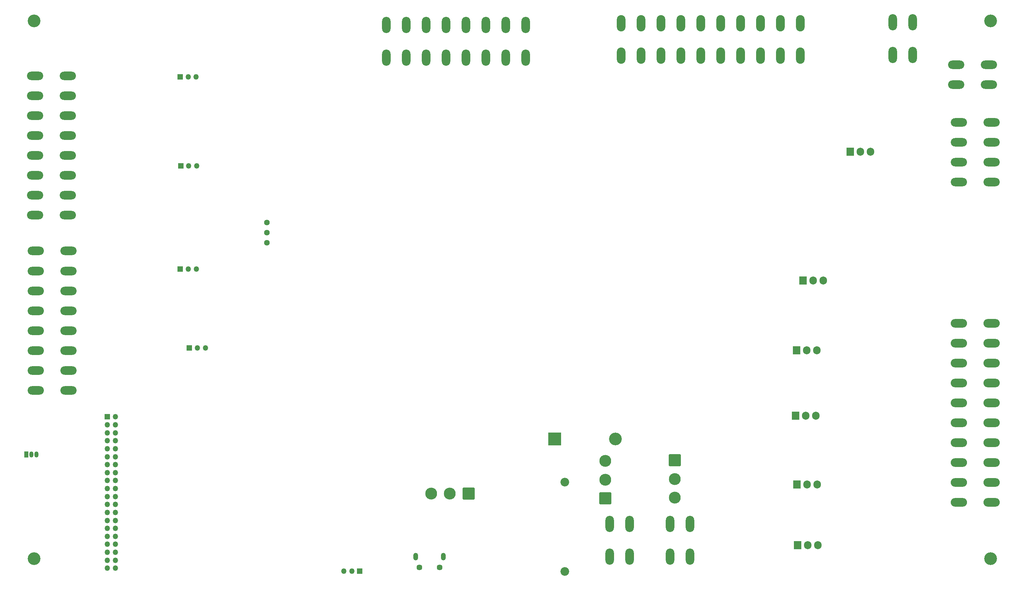
<source format=gbs>
G04 #@! TF.GenerationSoftware,KiCad,Pcbnew,7.0.10*
G04 #@! TF.CreationDate,2024-12-17T12:16:58-06:00*
G04 #@! TF.ProjectId,karca_v2,6b617263-615f-4763-922e-6b696361645f,rev?*
G04 #@! TF.SameCoordinates,Original*
G04 #@! TF.FileFunction,Soldermask,Bot*
G04 #@! TF.FilePolarity,Negative*
%FSLAX46Y46*%
G04 Gerber Fmt 4.6, Leading zero omitted, Abs format (unit mm)*
G04 Created by KiCad (PCBNEW 7.0.10) date 2024-12-17 12:16:58*
%MOMM*%
%LPD*%
G01*
G04 APERTURE LIST*
G04 Aperture macros list*
%AMRoundRect*
0 Rectangle with rounded corners*
0 $1 Rounding radius*
0 $2 $3 $4 $5 $6 $7 $8 $9 X,Y pos of 4 corners*
0 Add a 4 corners polygon primitive as box body*
4,1,4,$2,$3,$4,$5,$6,$7,$8,$9,$2,$3,0*
0 Add four circle primitives for the rounded corners*
1,1,$1+$1,$2,$3*
1,1,$1+$1,$4,$5*
1,1,$1+$1,$6,$7*
1,1,$1+$1,$8,$9*
0 Add four rect primitives between the rounded corners*
20,1,$1+$1,$2,$3,$4,$5,0*
20,1,$1+$1,$4,$5,$6,$7,0*
20,1,$1+$1,$6,$7,$8,$9,0*
20,1,$1+$1,$8,$9,$2,$3,0*%
G04 Aperture macros list end*
%ADD10C,3.200000*%
%ADD11R,1.350000X1.350000*%
%ADD12O,1.350000X1.350000*%
%ADD13RoundRect,0.102000X1.387500X1.387500X-1.387500X1.387500X-1.387500X-1.387500X1.387500X-1.387500X0*%
%ADD14C,2.979000*%
%ADD15R,3.200000X3.200000*%
%ADD16O,3.200000X3.200000*%
%ADD17RoundRect,0.102000X1.387500X-1.387500X1.387500X1.387500X-1.387500X1.387500X-1.387500X-1.387500X0*%
%ADD18O,2.134400X4.064800*%
%ADD19O,2.154000X4.104000*%
%ADD20C,1.440000*%
%ADD21O,4.064800X2.134400*%
%ADD22R,1.905000X2.000000*%
%ADD23O,1.905000X2.000000*%
%ADD24RoundRect,0.102000X-1.387500X1.387500X-1.387500X-1.387500X1.387500X-1.387500X1.387500X1.387500X0*%
%ADD25C,2.184000*%
%ADD26R,1.050000X1.500000*%
%ADD27O,1.050000X1.500000*%
%ADD28O,4.104000X2.154000*%
%ADD29O,1.200000X1.900000*%
%ADD30C,1.450000*%
G04 APERTURE END LIST*
D10*
X275886400Y-181385200D03*
D11*
X54254400Y-145792400D03*
D12*
X56254400Y-145792400D03*
X54254400Y-147792400D03*
X56254400Y-147792400D03*
X54254400Y-149792400D03*
X56254400Y-149792400D03*
X54254400Y-151792400D03*
X56254400Y-151792400D03*
X54254400Y-153792400D03*
X56254400Y-153792400D03*
X54254400Y-155792400D03*
X56254400Y-155792400D03*
X54254400Y-157792400D03*
X56254400Y-157792400D03*
X54254400Y-159792400D03*
X56254400Y-159792400D03*
X54254400Y-161792400D03*
X56254400Y-161792400D03*
X54254400Y-163792400D03*
X56254400Y-163792400D03*
X54254400Y-165792400D03*
X56254400Y-165792400D03*
X54254400Y-167792400D03*
X56254400Y-167792400D03*
X54254400Y-169792400D03*
X56254400Y-169792400D03*
X54254400Y-171792400D03*
X56254400Y-171792400D03*
X54254400Y-173792400D03*
X56254400Y-173792400D03*
X54254400Y-175792400D03*
X56254400Y-175792400D03*
X54254400Y-177792400D03*
X56254400Y-177792400D03*
X54254400Y-179792400D03*
X56254400Y-179792400D03*
X54254400Y-181792400D03*
X56254400Y-181792400D03*
X54254400Y-183792400D03*
X56254400Y-183792400D03*
D13*
X144907000Y-165100000D03*
D14*
X140207000Y-165100000D03*
X135507000Y-165100000D03*
D10*
X275886400Y-46385200D03*
D11*
X117602000Y-184531000D03*
D12*
X115602000Y-184531000D03*
X113602000Y-184531000D03*
D15*
X166544800Y-151332200D03*
D16*
X181784800Y-151332200D03*
D17*
X179244800Y-166249400D03*
D14*
X179244800Y-161549400D03*
X179244800Y-156849400D03*
D18*
X124220000Y-55571000D03*
X129220000Y-55571000D03*
X134220000Y-55571000D03*
X139220000Y-55571000D03*
X144220000Y-55571000D03*
X149220000Y-55571000D03*
X154220000Y-55571000D03*
X159220000Y-55571000D03*
X124220000Y-47371000D03*
X129220000Y-47371000D03*
X134220000Y-47371000D03*
X139220000Y-47371000D03*
X144220000Y-47371000D03*
X149220000Y-47371000D03*
X154220000Y-47371000D03*
X159220000Y-47371000D03*
D11*
X72517000Y-60452000D03*
D12*
X74517000Y-60452000D03*
X76517000Y-60452000D03*
D19*
X183163200Y-55113800D03*
X188163200Y-55113800D03*
X193163200Y-55113800D03*
X198163200Y-55113800D03*
X203163200Y-55113800D03*
X208163200Y-55113800D03*
X213163200Y-55113800D03*
X218163200Y-55113800D03*
X223163200Y-55113800D03*
X228163200Y-55113800D03*
X183163200Y-46913800D03*
X188163200Y-46913800D03*
X193163200Y-46913800D03*
X198163200Y-46913800D03*
X203163200Y-46913800D03*
X208163200Y-46913800D03*
X213163200Y-46913800D03*
X218163200Y-46913800D03*
X223163200Y-46913800D03*
X228163200Y-46913800D03*
D20*
X94314400Y-96988600D03*
X94314400Y-99528600D03*
X94314400Y-102068600D03*
D21*
X276124800Y-71822607D03*
X267924800Y-76822607D03*
X267924800Y-81822607D03*
X267924800Y-86822607D03*
X267924800Y-71822607D03*
X276124800Y-76822607D03*
X276124800Y-81822607D03*
X276124800Y-86822607D03*
D22*
X240665000Y-79177000D03*
D23*
X243205000Y-79177000D03*
X245745000Y-79177000D03*
D18*
X200427200Y-172703400D03*
X195427200Y-172703400D03*
X200427200Y-180903400D03*
X195427200Y-180903400D03*
X251371384Y-54883800D03*
X256371384Y-54883800D03*
X251371384Y-46683800D03*
X256371384Y-46683800D03*
D22*
X228854000Y-111562000D03*
D23*
X231394000Y-111562000D03*
X233934000Y-111562000D03*
D11*
X74835000Y-128524000D03*
D12*
X76835000Y-128524000D03*
X78835000Y-128524000D03*
D22*
X227330000Y-162743000D03*
D23*
X229870000Y-162743000D03*
X232410000Y-162743000D03*
D24*
X196645000Y-156687400D03*
D14*
X196645000Y-161387400D03*
X196645000Y-166087400D03*
D18*
X185318000Y-172703400D03*
X180318000Y-172703400D03*
X185318000Y-180903400D03*
X180318000Y-180903400D03*
D11*
X72549000Y-108712000D03*
D12*
X74549000Y-108712000D03*
X76549000Y-108712000D03*
D22*
X227203000Y-129088000D03*
D23*
X229743000Y-129088000D03*
X232283000Y-129088000D03*
D25*
X169084800Y-184654800D03*
X169084800Y-162154800D03*
D26*
X33959800Y-155223800D03*
D27*
X35229800Y-155223800D03*
X36499800Y-155223800D03*
D11*
X72676000Y-82804000D03*
D12*
X74676000Y-82804000D03*
X76676000Y-82804000D03*
D28*
X267948800Y-122298400D03*
X267948800Y-127298400D03*
X267948800Y-132298400D03*
X267948800Y-137298400D03*
X267948800Y-142298400D03*
X267948800Y-147298400D03*
X267948800Y-152298400D03*
X267948800Y-157298400D03*
X267948800Y-162298400D03*
X267948800Y-167298400D03*
X276148800Y-122298400D03*
X276148800Y-127298400D03*
X276148800Y-132298400D03*
X276148800Y-137298400D03*
X276148800Y-142298400D03*
X276148800Y-147298400D03*
X276148800Y-152298400D03*
X276148800Y-157298400D03*
X276148800Y-162298400D03*
X276148800Y-167298400D03*
D22*
X227457000Y-177983000D03*
D23*
X229997000Y-177983000D03*
X232537000Y-177983000D03*
D21*
X267263000Y-57340784D03*
X267263000Y-62340784D03*
X275463000Y-57340784D03*
X275463000Y-62340784D03*
X44520600Y-104142194D03*
X44520600Y-109142194D03*
X44520600Y-114142194D03*
X44520600Y-119142194D03*
X44520600Y-124142194D03*
X44520600Y-129142194D03*
X44520600Y-134142194D03*
X44520600Y-139142194D03*
X36320600Y-139142194D03*
X36320600Y-134142194D03*
X36320600Y-129142194D03*
X36320600Y-124142194D03*
X36320600Y-119142194D03*
X36320600Y-114142194D03*
X36320600Y-109142194D03*
X36320600Y-104142194D03*
D29*
X138598000Y-180870500D03*
D30*
X137598000Y-183570500D03*
X132598000Y-183570500D03*
D29*
X131598000Y-180870500D03*
D10*
X35886400Y-181385200D03*
D22*
X226949000Y-145471000D03*
D23*
X229489000Y-145471000D03*
X232029000Y-145471000D03*
D10*
X35886400Y-46385200D03*
D21*
X44293400Y-60144600D03*
X44293400Y-65144600D03*
X44293400Y-70144600D03*
X44293400Y-75144600D03*
X44293400Y-80144600D03*
X44293400Y-85144600D03*
X44293400Y-90144600D03*
X44293400Y-95144600D03*
X36093400Y-60144600D03*
X36093400Y-65144600D03*
X36093400Y-70144600D03*
X36093400Y-75144600D03*
X36093400Y-80144600D03*
X36093400Y-85144600D03*
X36093400Y-90144600D03*
X36093400Y-95144600D03*
M02*

</source>
